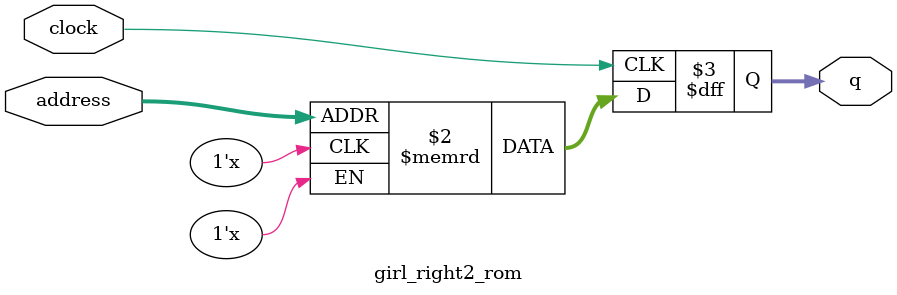
<source format=sv>
module girl_right2_rom (
	input logic clock,
	input logic [9:0] address,
	output logic [3:0] q
);

logic [3:0] memory [0:799] /* synthesis ram_init_file = "./girl_right2/girl_right2.COE" */;

always_ff @ (posedge clock) begin
	q <= memory[address];
end

endmodule

</source>
